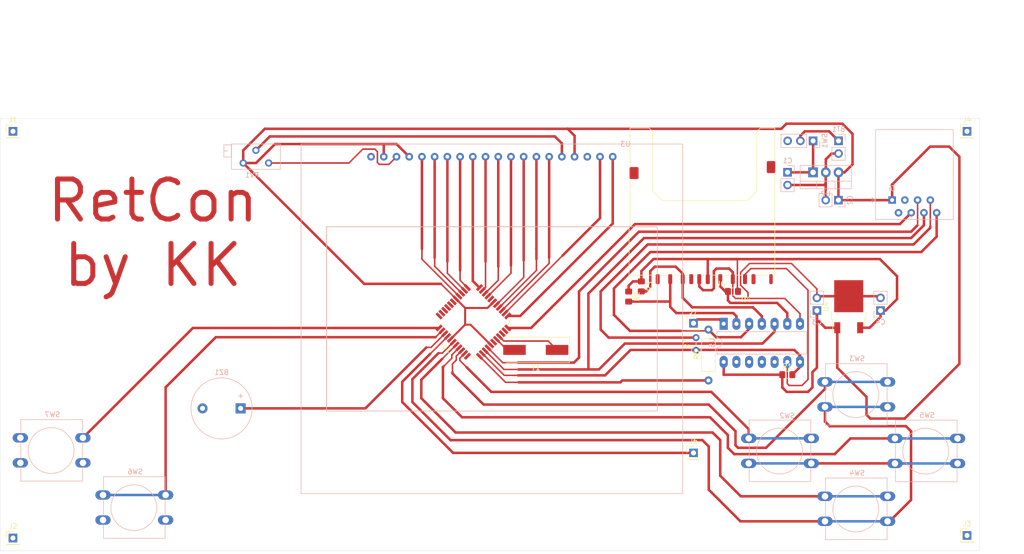
<source format=kicad_pcb>
(kicad_pcb (version 20221018) (generator pcbnew)
  (layers (0 "F.Cu" signal "Górna sygnałowa") (31 "B.Cu" jumper "Dolna sygnałowa") (34 "B.Paste" user "Dolna pasty") (35 "F.Paste" user "Górna pasty") (36 "B.SilkS" user "Dolna opisowa") (37 "F.SilkS" user "Górna opisowa") (38 "B.Mask" user "Dolna sodermaski") (39 "F.Mask" user "Górna soldermaski") (44 "Edge.Cuts" user "Krawędziowa"))
  (net 0 "")
  (net 1 "GND")
  (net 2 "Net-(BT1-Pad1)")
  (net 3 "Net-(C1-Pad1)")
  (net 4 "Net-(J5-Pad8)")
  (net 5 "Net-(RV1-Pad2)")
  (net 6 "Net-(RV1-Pad1)")
  (net 7 "Net-(SW2-Pad1)")
  (net 8 "Net-(SW3-Pad1)")
  (net 9 "Net-(SW4-Pad1)")
  (net 10 "Net-(SW5-Pad1)")
  (net 11 "Net-(SW6-Pad1)")
  (net 12 "+5V")
  (net 13 "+3V3")
  (net 15 "Net-(U1-Pad26)")
  (net 16 "Net-(U1-Pad25)")
  (net 17 "Net-(U1-Pad24)")
  (net 18 "Net-(U1-Pad23)")
  (net 19 "Net-(U1-Pad22)")
  (net 20 "Net-(U1-Pad21)")
  (net 21 "Net-(U1-Pad20)")
  (net 22 "Net-(U1-Pad19)")
  (net 23 "Net-(U1-Pad15)")
  (net 24 "Net-(U1-Pad8)")
  (net 25 "Net-(U1-Pad7)")
  (net 26 "Net-(SW7-Pad1)")
  (net 27 "Net-(BZ1-Pad1)")
  (net 32 "Net-(J7-Pad1)")
  (net 33 "Net-(J5-Pad5)")
  (net 34 "Net-(J5-Pad4)")
  (net 35 "/SCK")
  (net 36 "Net-(U1-Pad16)")
  (net 37 "Net-(U1-Pad14)")
  (net 38 "Net-(U1-Pad13)")
  (net 39 "Net-(U1-Pad12)")
  (net 40 "Net-(J5-Pad7)")
  (net 41 "/MISO")
  (net 42 "/MOSI")
  (net 43 "Net-(R2-Pad2)")
  (net 44 "Net-(R3-Pad2)")
  (net 45 "Net-(R4-Pad2)")
  (net 53 "/CS")
  (net 55 "Net-(U5-Pad9)")
  (footprint "Package_QFP:TQFP-44_10x10mm_P0.8mm" (layer "F.Cu") (at 140.208 93.98 135)
    (fp_text reference "U1")
    (fp_text value "ATmega32A-AU")
  )
  (footprint "Connector_PinHeader_2.54mm:PinHeader_1x01_P2.54mm_Vertical" (layer "F.Cu") (at 48.26 55.88)
    (fp_text reference "J1")
    (fp_text value "Hole1")
  )
  (footprint "Connector_PinHeader_2.54mm:PinHeader_1x01_P2.54mm_Vertical" (layer "F.Cu") (at 238.76 136.652)
    (fp_text reference "J3")
    (fp_text value "Hole3")
  )
  (footprint "Connector_PinHeader_2.54mm:PinHeader_1x01_P2.54mm_Vertical" (layer "F.Cu") (at 238.76 55.88)
    (fp_text reference "J4")
    (fp_text value "Hole4")
  )
  (footprint "Crystal:Crystal_SMD_HC49-SD" (layer "F.Cu") (at 152.654 99.568 180)
    (fp_text reference "Y1")
    (fp_text value "16Mhz")
  )
  (footprint "Connector_PinHeader_2.54mm:PinHeader_1x01_P2.54mm_Vertical" (layer "F.Cu") (at 48.26 137.16)
    (fp_text reference "J2")
    (fp_text value "Hole2")
  )
  (footprint "Resistor_THT:R_Axial_DIN0207_L6.3mm_D2.5mm_P10.16mm_Horizontal" (layer "F.Cu") (at 187.131 105.664 90)
    (fp_text reference "R6")
    (fp_text value "0R")
  )
  (footprint "Package_TO_SOT_SMD:TO-252-2" (layer "F.Cu") (at 215.138 90.932 90)
    (fp_text reference "U4")
    (fp_text value "LF33_TO252")
  )
  (footprint "Resistor_SMD:R_0805_2012Metric_Pad1.20x1.40mm_HandSolder" (layer "F.Cu") (at 192.024 87.884 180)
    (fp_text reference "R4")
    (fp_text value "1K")
  )
  (footprint "Resistor_SMD:R_0805_2012Metric_Pad1.20x1.40mm_HandSolder" (layer "F.Cu") (at 171.196 88.9 -90)
    (fp_text reference "R2")
    (fp_text value "1K")
  )
  (footprint "Resistor_SMD:R_0805_2012Metric_Pad1.20x1.40mm_HandSolder" (layer "F.Cu") (at 202.879 104.521)
    (fp_text reference "R1")
    (fp_text value "4K7")
  )
  (footprint "Resistor_THT:R_Axial_DIN0204_L3.6mm_D1.6mm_P2.54mm_Vertical" (layer "F.Cu") (at 184.658 99.645 90)
    (fp_text reference "R7")
    (fp_text value "0R")
  )
  (footprint "Connector_PinHeader_2.54mm:PinHeader_1x01_P2.54mm_Vertical" (layer "F.Cu") (at 184.15 120.142)
    (fp_text reference "J6")
    (fp_text value "Conn_01x01_Male")
  )
  (footprint "Resistor_SMD:R_0805_2012Metric_Pad1.20x1.40mm_HandSolder" (layer "F.Cu") (at 173.736 86.868 -90)
    (fp_text reference "R3")
    (fp_text value "1K")
  )
  (footprint "Connector_Card:SD_Kyocera_145638009511859+" (layer "F.Cu") (at 186.378 72.9195 180)
    (fp_text reference "U6")
    (fp_text value "SD")
  )
  (footprint "Connector_PinHeader_2.54mm:PinHeader_1x01_P2.54mm_Vertical" (layer "F.Cu") (at 184.15 94.234)
    (fp_text reference "J7")
    (fp_text value "Conn_01x01_Male")
  )
  (footprint "Connector_PinHeader_2.54mm:PinHeader_1x02_P2.54mm_Vertical" (layer "B.Cu") (at 213.106 57.78 180)
    (fp_text reference "BT1")
    (fp_text value "9V battery")
  )
  (footprint "Connector_PinHeader_2.54mm:PinHeader_1x02_P2.54mm_Vertical" (layer "B.Cu") (at 202.925 64.065 180)
    (fp_text reference "C1")
    (fp_text value "330N")
  )
  (footprint "Connector_PinHeader_2.54mm:PinHeader_1x02_P2.54mm_Vertical" (layer "B.Cu") (at 213.085 69.635 90)
    (fp_text reference "C2")
    (fp_text value "100N")
  )
  (footprint "Button_Switch_THT:SW_PUSH-12mm" (layer "B.Cu") (at 222.902 105.958 180)
    (fp_text reference "SW3")
    (fp_text value "Up")
  )
  (footprint "Connector_PinHeader_2.54mm:PinHeader_1x03_P2.54mm_Vertical" (layer "B.Cu") (at 208.026 57.785 90)
    (fp_text reference "SW1")
    (fp_text value "SW_DIP_x01")
  )
  (footprint "Buzzer_Beeper:Buzzer_12x9.5RM7.6" (layer "B.Cu") (at 93.716 111.252 180)
    (fp_text reference "BZ1")
    (fp_text value "Buzzer")
  )
  (footprint "Package_TO_SOT_THT:TO-220-3_Vertical" (layer "B.Cu") (at 208.026 64.079)
    (fp_text reference "U2")
    (fp_text value "L7805")
  )
  (footprint "Button_Switch_THT:SW_PUSH-12mm" (layer "B.Cu") (at 207.669676 117.242715 180)
    (fp_text reference "SW2")
    (fp_text value "Left")
  )
  (footprint "Blue:WG12864BL" (layer "B.Cu") (at 159.131 72.39 180)
    (fp_text reference "U3")
    (fp_text value "WG12864B-STBL")
  )
  (footprint "Potentiometer_THT:Potentiometer_Bourns_3296Z_Horizontal" (layer "B.Cu") (at 99.312 62.21)
    (fp_text reference "RV1")
    (fp_text value "R_POT")
  )
  (footprint "Button_Switch_THT:SW_PUSH-12mm" (layer "B.Cu") (at 236.872 117.261 180)
    (fp_text reference "SW5")
    (fp_text value "Right")
  )
  (footprint "Button_Switch_THT:SW_PUSH-12mm" (layer "B.Cu") (at 62.23 117.134 180)
    (fp_text reference "SW7")
    (fp_text value "Punch")
  )
  (footprint "Button_Switch_THT:SW_PUSH-12mm" (layer "B.Cu") (at 78.74 128.564 180)
    (fp_text reference "SW6")
    (fp_text value "Jump")
  )
  (footprint "Button_Switch_THT:SW_PUSH-12mm" (layer "B.Cu") (at 222.902 128.818 180)
    (fp_text reference "SW4")
    (fp_text value "Down")
  )
  (footprint "Connector_RJ:RJ45_Amphenol_54602-x08_Horizontal" (layer "B.Cu") (at 223.8095 69.616)
    (fp_text reference "J5")
    (fp_text value "RJ45")
  )
  (footprint "Connector_PinHeader_2.54mm:PinHeader_1x02_P2.54mm_Vertical" (layer "B.Cu") (at 221.488 91.699)
    (fp_text reference "C4")
    (fp_text value "2.2uF")
  )
  (footprint "Package_DIP:DIP-14_W7.62mm_LongPads" (layer "B.Cu") (at 190.174 94.346 -90)
    (fp_text reference "U5")
    (fp_text value "SN74LS07")
  )
  (footprint "Connector_PinHeader_2.54mm:PinHeader_1x02_P2.54mm_Vertical" (layer "B.Cu") (at 208.788 91.699)
    (fp_text reference "C3")
    (fp_text value "100N")
  )
  (gr_rect (start 45.72 53.34) (end 241.3 139.7) (stroke (width 0.05)) (fill none) (layer "Edge.Cuts"))
  (gr_text "RetCon\nby KK" (at 76.2 76.2) (layer "F.Cu") (effects (font (size 8 8) (thickness 1))))
  (segment (start 187.198 127.508) (end 187.198 118.872) (width 0.5) (layer "F.Cu") (net 1))
  (segment (start 128.016 105.41) (end 133.223 100.203) (width 0.5) (layer "F.Cu") (net 1))
  (segment (start 188.722 83.312) (end 191.262 83.312) (width 0.5) (layer "F.Cu") (net 1))
  (segment (start 134.62 99.568) (end 133.985 100.203) (width 0.3) (layer "F.Cu") (net 1))
  (segment (start 191.998 84.048) (end 191.998 85.4195) (width 0.5) (layer "F.Cu") (net 1))
  (segment (start 227.584 129.54) (end 227.584 122.274261) (width 0.5) (layer "F.Cu") (net 1))
  (segment (start 207.669676 122.242715) (end 224.353715 122.242715) (width 0.5) (layer "F.Cu") (net 1))
  (segment (start 185.928 117.602) (end 135.636 117.602) (width 0.5) (layer "F.Cu") (net 1))
  (segment (start 210.236093 66.605) (end 210.545 66.296093) (width 0.5) (layer "F.Cu") (net 1))
  (segment (start 187.833 87.63) (end 188.214 87.249) (width 0.5) (layer "F.Cu") (net 1))
  (segment (start 188.214 87.249) (end 188.214 83.82) (width 0.5) (layer "F.Cu") (net 1))
  (segment (start 221.161 88.832) (end 221.488 89.159) (width 0.5) (layer "F.Cu") (net 1))
  (segment (start 191.262 83.312) (end 191.998 84.048) (width 0.5) (layer "F.Cu") (net 1))
  (segment (start 215.138 88.832) (end 221.161 88.832) (width 0.5) (layer "F.Cu") (net 1))
  (segment (start 210.148 133.564) (end 210.402 133.818) (width 0.5) (layer "F.Cu") (net 1))
  (segment (start 193.548 86.614) (end 195.030289 88.096289) (width 0.3) (layer "F.Cu") (net 1))
  (segment (start 186.055 87.63) (end 187.833 87.63) (width 0.5) (layer "F.Cu") (net 1))
  (segment (start 210.566 61.468) (end 210.566 64.079) (width 0.5) (layer "F.Cu") (net 1))
  (segment (start 185.298 86.873) (end 186.055 87.63) (width 0.5) (layer "F.Cu") (net 1))
  (segment (start 135.636 117.602) (end 128.016 109.982) (width 0.5) (layer "F.Cu") (net 1))
  (segment (start 193.548 84.074) (end 193.548 86.614) (width 0.3) (layer "F.Cu") (net 1))
  (segment (start 202.371 89.281) (end 197.037 89.281) (width 0.3) (layer "F.Cu") (net 1))
  (segment (start 208.788 87.376) (end 203.708 82.296) (width 0.3) (layer "F.Cu") (net 1))
  (segment (start 210.545 66.296093) (end 210.545 64.1) (width 0.5) (layer "F.Cu") (net 1))
  (segment (start 210.402 133.818) (end 193.508 133.818) (width 0.5) (layer "F.Cu") (net 1))
  (segment (start 209.115 88.832) (end 208.788 89.159) (width 0.5) (layer "F.Cu") (net 1))
  (segment (start 195.326 82.296) (end 193.548 84.074) (width 0.3) (layer "F.Cu") (net 1))
  (segment (start 205.414 94.346) (end 205.414 92.324) (width 0.3) (layer "F.Cu") (net 1))
  (segment (start 215.138 88.832) (end 209.115 88.832) (width 0.5) (layer "F.Cu") (net 1))
  (segment (start 210.545 69.635) (end 210.545 66.296093) (width 0.5) (layer "F.Cu") (net 1))
  (segment (start 210.402 110.958) (end 210.402 113.882) (width 0.5) (layer "F.Cu") (net 1))
  (segment (start 210.545 64.1) (end 210.566 64.079) (width 0.5) (layer "F.Cu") (net 1))
  (segment (start 208.788 89.159) (end 208.788 87.376) (width 0.3) (layer "F.Cu") (net 1))
  (segment (start 210.402 113.882) (end 211.328 114.808) (width 0.5) (layer "F.Cu") (net 1))
  (segment (start 227.570739 122.261) (end 227.584 122.274261) (width 0.5) (layer "F.Cu") (net 1))
  (segment (start 191.998 88.747) (end 191.998 85.4195) (width 0.3) (layer "F.Cu") (net 1))
  (segment (start 187.198 118.872) (end 185.928 117.602) (width 0.5) (layer "F.Cu") (net 1))
  (segment (start 211.328 114.808) (end 226.568 114.808) (width 0.5) (layer "F.Cu") (net 1))
  (segment (start 136.177491 98.010509) (end 134.62 99.568) (width 0.3) (layer "F.Cu") (net 1))
  (segment (start 226.568 114.808) (end 227.584 115.824) (width 0.5) (layer "F.Cu") (net 1))
  (segment (start 128.016 109.982) (end 128.016 105.41) (width 0.5) (layer "F.Cu") (net 1))
  (segment (start 213.106 60.32) (end 211.714 60.32) (width 0.5) (layer "F.Cu") (net 1))
  (segment (start 203.708 82.296) (end 195.326 82.296) (width 0.3) (layer "F.Cu") (net 1))
  (segment (start 188.214 83.82) (end 188.722 83.312) (width 0.5) (layer "F.Cu") (net 1))
  (segment (start 185.298 85.4195) (end 185.298 86.873) (width 0.5) (layer "F.Cu") (net 1))
  (segment (start 192.532 89.281) (end 191.998 88.747) (width 0.3) (layer "F.Cu") (net 1))
  (segment (start 222.902 133.818) (end 223.306 133.818) (width 0.5) (layer "F.Cu") (net 1))
  (segment (start 195.030289 88.096289) (end 195.030289 89.281) (width 0.3) (layer "F.Cu") (net 1))
  (segment (start 223.306 133.818) (end 227.584 129.54) (width 0.5) (layer "F.Cu") (net 1))
  (segment (start 195.030289 89.281) (end 192.532 89.281) (width 0.3) (layer "F.Cu") (net 1))
  (segment (start 224.353715 122.242715) (end 224.372 122.261) (width 0.5) (layer "F.Cu") (net 1))
  (segment (start 211.714 60.32) (end 210.566 61.468) (width 0.5) (layer "F.Cu") (net 1))
  (segment (start 202.925 66.605) (end 210.236093 66.605) (width 0.5) (layer "F.Cu") (net 1))
  (segment (start 133.985 100.203) (end 133.223 100.203) (width 0.3) (layer "F.Cu") (net 1))
  (segment (start 197.037 89.281) (end 195.030289 89.281) (width 0.3) (layer "F.Cu") (net 1))
  (segment (start 227.584 122.274261) (end 227.584 116.078) (width 0.5) (layer "F.Cu") (net 1))
  (segment (start 224.372 122.261) (end 227.570739 122.261) (width 0.5) (layer "F.Cu") (net 1))
  (segment (start 227.584 115.824) (end 227.584 116.078) (width 0.5) (layer "F.Cu") (net 1))
  (segment (start 49.73 122.134) (end 48.838 122.134) (width 0.5) (layer "F.Cu") (net 1))
  (segment (start 66.24 133.564) (end 65.348 133.564) (width 0.5) (layer "F.Cu") (net 1))
  (segment (start 193.508 133.818) (end 187.198 127.508) (width 0.5) (layer "F.Cu") (net 1))
  (segment (start 205.414 92.324) (end 202.371 89.281) (width 0.3) (layer "F.Cu") (net 1))
  (segment (start 224.372 122.261) (end 236.872 122.261) (width 0.5) (layer "B.Cu") (net 1))
  (segment (start 195.169676 122.242715) (end 207.669676 122.242715) (width 0.5) (layer "B.Cu") (net 1))
  (segment (start 222.902 133.818) (end 210.402 133.818) (width 0.5) (layer "B.Cu") (net 1))
  (segment (start 210.402 110.958) (end 222.902 110.958) (width 0.5) (layer "B.Cu") (net 1))
  (segment (start 205.486 56.769) (end 206.375 55.88) (width 0.5) (layer "F.Cu") (net 2))
  (segment (start 211.206 55.88) (end 213.106 57.78) (width 0.5) (layer "F.Cu") (net 2))
  (segment (start 206.375 55.88) (end 211.206 55.88) (width 0.5) (layer "F.Cu") (net 2))
  (segment (start 205.486 57.785) (end 205.486 56.769) (width 0.5) (layer "F.Cu") (net 2))
  (segment (start 208.026 64.079) (end 202.939 64.079) (width 0.5) (layer "F.Cu") (net 3))
  (segment (start 202.939 64.079) (end 202.925 64.065) (width 0.5) (layer "F.Cu") (net 3))
  (segment (start 208.026 64.079) (end 208.026 57.785) (width 0.5) (layer "F.Cu") (net 3))
  (segment (start 175.514 80.01) (end 229.616 80.01) (width 0.5) (layer "F.Cu") (net 4))
  (segment (start 193.608 97.028) (end 188.655 97.028) (width 0.5) (layer "F.Cu") (net 4))
  (segment (start 186.877 95.758) (end 181.61 95.758) (width 0.3) (layer "F.Cu") (net 4))
  (segment (start 168.261635 87.262365) (end 175.514 80.01) (width 0.5) (layer "F.Cu") (net 4))
  (segment (start 187.131 95.504) (end 186.877 95.758) (width 0.3) (layer "F.Cu") (net 4))
  (segment (start 168.261635 92.569635) (end 168.261635 87.262365) (width 0.5) (layer "F.Cu") (net 4))
  (segment (start 229.616 80.01) (end 232.6995 76.9265) (width 0.5) (layer "F.Cu") (net 4))
  (segment (start 171.45 95.758) (end 168.261635 92.569635) (width 0.5) (layer "F.Cu") (net 4))
  (segment (start 181.61 95.758) (end 171.45 95.758) (width 0.5) (layer "F.Cu") (net 4))
  (segment (start 188.655 97.028) (end 187.131 95.504) (width 0.5) (layer "F.Cu") (net 4))
  (segment (start 195.254 94.346) (end 195.254 95.382) (width 0.5) (layer "F.Cu") (net 4))
  (segment (start 195.254 95.382) (end 193.608 97.028) (width 0.5) (layer "F.Cu") (net 4))
  (segment (start 232.6995 76.9265) (end 232.6995 72.156) (width 0.5) (layer "F.Cu") (net 4))
  (segment (start 96.772 59.67) (end 99.546 56.896) (width 0.5) (layer "F.Cu") (net 5))
  (segment (start 156.464 56.896) (end 157.861 58.293) (width 0.5) (layer "F.Cu") (net 5))
  (segment (start 157.861 58.293) (end 157.861 60.96) (width 0.5) (layer "F.Cu") (net 5))
  (segment (start 99.546 56.896) (end 156.464 56.896) (width 0.5) (layer "F.Cu") (net 5))
  (segment (start 118.11 59.436) (end 120.523 59.436) (width 0.3) (layer "F.Cu") (net 6))
  (segment (start 121.031 62.103) (end 121.412 62.484) (width 0.3) (layer "F.Cu") (net 6))
  (segment (start 123.317 62.484) (end 124.841 60.96) (width 0.3) (layer "F.Cu") (net 6))
  (segment (start 121.412 62.484) (end 123.317 62.484) (width 0.3) (layer "F.Cu") (net 6))
  (segment (start 121.031 59.944) (end 121.031 62.103) (width 0.3) (layer "F.Cu") (net 6))
  (segment (start 99.312 62.21) (end 115.336 62.21) (width 0.3) (layer "F.Cu") (net 6))
  (segment (start 115.336 62.21) (end 118.11 59.436) (width 0.3) (layer "F.Cu") (net 6))
  (segment (start 120.523 59.436) (end 121.031 59.944) (width 0.3) (layer "F.Cu") (net 6))
  (segment (start 137.494483 101.680483) (end 138.811 102.997) (width 0.3) (layer "F.Cu") (net 7))
  (segment (start 143.764 107.95) (end 138.811 102.997) (width 0.5) (layer "F.Cu") (net 7))
  (segment (start 187.706 107.95) (end 143.764 107.95) (width 0.5) (layer "F.Cu") (net 7))
  (segment (start 195.169676 115.413676) (end 187.706 107.95) (width 0.5) (layer "F.Cu") (net 7))
  (segment (start 195.169676 117.242715) (end 195.169676 115.413676) (width 0.5) (layer "F.Cu") (net 7))
  (segment (start 138.440233 100.27325) (end 137.494483 101.219) (width 0.3) (layer "F.Cu") (net 7))
  (segment (start 137.494483 101.219) (end 137.494483 101.680483) (width 0.3) (layer "F.Cu") (net 7))
  (segment (start 207.669676 117.242715) (end 195.169676 117.242715) (width 0.5) (layer "B.Cu") (net 7))
  (segment (start 136.779 101.6) (end 136.017 102.362) (width 0.3) (layer "F.Cu") (net 8))
  (segment (start 137.874548 99.707565) (end 136.779 100.803113) (width 0.3) (layer "F.Cu") (net 8))
  (segment (start 192.532 118.618) (end 192.532 115.824) (width 0.5) (layer "F.Cu") (net 8))
  (segment (start 136.779 100.803113) (end 136.779 101.6) (width 0.3) (layer "F.Cu") (net 8))
  (segment (start 210.402 105.958) (end 210.402 107.352) (width 0.5) (layer "F.Cu") (net 8))
  (segment (start 198.628 119.126) (end 193.04 119.126) (width 0.5) (layer "F.Cu") (net 8))
  (segment (start 187.198 110.49) (end 142.24 110.49) (width 0.5) (layer "F.Cu") (net 8))
  (segment (start 193.04 119.126) (end 192.532 118.618) (width 0.5) (layer "F.Cu") (net 8))
  (segment (start 136.017 104.267) (end 136.017 104.013) (width 0.5) (layer "F.Cu") (net 8))
  (segment (start 136.017 102.362) (end 136.017 104.013) (width 0.3) (layer "F.Cu") (net 8))
  (segment (start 210.402 107.352) (end 198.628 119.126) (width 0.5) (layer "F.Cu") (net 8))
  (segment (start 142.24 110.49) (end 136.017 104.267) (width 0.5) (layer "F.Cu") (net 8))
  (segment (start 192.532 115.824) (end 187.198 110.49) (width 0.5) (layer "F.Cu") (net 8))
  (segment (start 222.902 105.958) (end 210.402 105.958) (width 0.5) (layer "B.Cu") (net 8))
  (segment (start 136.652 116.078) (end 129.794 109.22) (width 0.5) (layer "F.Cu") (net 9))
  (segment (start 129.794 109.22) (end 129.794 105.525371) (width 0.5) (layer "F.Cu") (net 9))
  (segment (start 129.794 105.525371) (end 133.985 101.334371) (width 0.5) (layer "F.Cu") (net 9))
  (segment (start 193.588 128.818) (end 189.484 124.714) (width 0.5) (layer "F.Cu") (net 9))
  (segment (start 210.402 128.818) (end 193.588 128.818) (width 0.5) (layer "F.Cu") (net 9))
  (segment (start 136.743177 98.576194) (end 135.128 100.191371) (width 0.3) (layer "F.Cu") (net 9))
  (segment (start 135.128 100.191371) (end 133.985 101.334371) (width 0.3) (layer "F.Cu") (net 9))
  (segment (start 187.96 116.078) (end 136.652 116.078) (width 0.5) (layer "F.Cu") (net 9))
  (segment (start 189.484 124.714) (end 189.484 117.602) (width 0.5) (layer "F.Cu") (net 9))
  (segment (start 189.484 117.602) (end 187.96 116.078) (width 0.5) (layer "F.Cu") (net 9))
  (segment (start 210.402 128.818) (end 222.902 128.818) (width 0.5) (layer "B.Cu") (net 9))
  (segment (start 224.372 117.261) (end 215.479 117.261) (width 0.5) (layer "F.Cu") (net 10))
  (segment (start 135.89 101.219) (end 134.239 102.87) (width 0.3) (layer "F.Cu") (net 10))
  (segment (start 134.112 109.22) (end 134.112 102.997) (width 0.5) (layer "F.Cu") (net 10))
  (segment (start 191.008 119.126) (end 191.008 116.586) (width 0.5) (layer "F.Cu") (net 10))
  (segment (start 191.008 116.586) (end 187.452 113.03) (width 0.5) (layer "F.Cu") (net 10))
  (segment (start 212.344 120.396) (end 192.278 120.396) (width 0.5) (layer "F.Cu") (net 10))
  (segment (start 135.89 100.560742) (end 135.89 101.219) (width 0.3) (layer "F.Cu") (net 10))
  (segment (start 137.922 113.03) (end 134.112 109.22) (width 0.5) (layer "F.Cu") (net 10))
  (segment (start 192.278 120.396) (end 191.008 119.126) (width 0.5) (layer "F.Cu") (net 10))
  (segment (start 137.308862 99.14188) (end 135.89 100.560742) (width 0.3) (layer "F.Cu") (net 10))
  (segment (start 134.112 102.997) (end 134.239 102.87) (width 0.5) (layer "F.Cu") (net 10))
  (segment (start 187.452 113.03) (end 137.922 113.03) (width 0.5) (layer "F.Cu") (net 10))
  (segment (start 215.479 117.261) (end 212.344 120.396) (width 0.5) (layer "F.Cu") (net 10))
  (segment (start 224.372 117.261) (end 236.872 117.261) (width 0.5) (layer "B.Cu") (net 10))
  (segment (start 78.74 128.564) (end 78.74 107.044) (width 0.5) (layer "F.Cu") (net 11))
  (segment (start 78.74 107.044) (end 88.756 97.028) (width 0.5) (layer "F.Cu") (net 11))
  (segment (start 88.756 97.028) (end 132.634517 97.028) (width 0.5) (layer "F.Cu") (net 11))
  (segment (start 133.91475 95.747767) (end 132.634517 97.028) (width 0.3) (layer "F.Cu") (net 11))
  (segment (start 66.24 128.564) (end 78.74 128.564) (width 0.5) (layer "B.Cu") (net 11))
  (segment (start 213.085 69.635) (end 223.7905 69.635) (width 0.5) (layer "F.Cu") (net 12))
  (segment (start 201.879 104.521) (end 201.879 107.077) (width 0.5) (layer "F.Cu") (net 12))
  (segment (start 208.788 91.699) (end 208.788 93.472) (width 0.5) (layer "F.Cu") (net 12))
  (segment (start 210.448 95.132) (end 212.858 95.132) (width 0.5) (layer "F.Cu") (net 12))
  (segment (start 139.607887 94.511258) (end 138.545371 94.511258) (width 0.4) (layer "F.Cu") (net 12))
  (segment (start 190.179 104.521) (end 190.174 104.516) (width 0.5) (layer "F.Cu") (net 12))
  (segment (start 190.174 104.516) (end 190.174 101.966) (width 0.5) (layer "F.Cu") (net 12))
  (segment (start 223.774 66.548) (end 223.8095 66.5835) (width 0.5) (layer "F.Cu") (net 12))
  (segment (start 159.004 55.372) (end 160.401 56.769) (width 0.5) (layer "F.Cu") (net 12))
  (segment (start 223.8095 66.5835) (end 223.8095 69.616) (width 0.5) (layer "F.Cu") (net 12))
  (segment (start 213.085 69.635) (end 213.085 64.1) (width 0.5) (layer "F.Cu") (net 12))
  (segment (start 223.7905 69.635) (end 223.8095 69.616) (width 0.5) (layer "F.Cu") (net 12))
  (segment (start 207.01 107.95) (end 207.899 107.061) (width 0.5) (layer "F.Cu") (net 12))
  (segment (start 122.301 60.96) (end 122.301 58.42) (width 0.5) (layer "F.Cu") (net 12))
  (segment (start 214.305 64.079) (end 213.106 64.079) (width 0.5) (layer "F.Cu") (net 12))
  (segment (start 208.788 93.472) (end 210.448 95.132) (width 0.5) (layer "F.Cu") (net 12))
  (segment (start 124.841 58.42) (end 127.381 60.96) (width 0.5) (layer "F.Cu") (net 12))
  (segment (start 219.456 113.284) (end 226.314 113.284) (width 0.5) (layer "F.Cu") (net 12))
  (segment (start 138.545371 94.511258) (end 138.545371 91.186) (width 0.4) (layer "F.Cu") (net 12))
  (segment (start 207.899 107.061) (end 207.899 104.013) (width 0.5) (layer "F.Cu") (net 12))
  (segment (start 122.301 58.42) (end 124.841 58.42) (width 0.5) (layer "F.Cu") (net 12))
  (segment (start 215.9 62.484) (end 214.305 64.079) (width 0.5) (layer "F.Cu") (net 12))
  (segment (start 136.743177 89.383806) (end 133.719371 86.36) (width 0.3) (layer "F.Cu") (net 12))
  (segment (start 135.611806 97.444823) (end 138.545371 94.511258) (width 0.4) (layer "F.Cu") (net 12))
  (segment (start 207.899 104.013) (end 208.788 103.124) (width 0.5) (layer "F.Cu") (net 12))
  (segment (start 237.236 60.96) (end 235.204 58.928) (width 0.5) (layer "F.Cu") (net 12))
  (segment (start 201.676 55.372) (end 202.692 54.356) (width 0.5) (layer "F.Cu") (net 12))
  (segment (start 100.584 58.42) (end 122.301 58.42) (width 0.5) (layer "F.Cu") (net 12))
  (segment (start 138.545371 91.186) (end 136.743177 89.383806) (width 0.4) (layer "F.Cu") (net 12))
  (segment (start 215.9 56.388) (end 215.9 62.484) (width 0.5) (layer "F.Cu") (net 12))
  (segment (start 218.694 108.966) (end 218.694 112.522) (width 0.5) (layer "F.Cu") (net 12))
  (segment (start 98.552 55.372) (end 159.004 55.372) (width 0.5) (layer "F.Cu") (net 12))
  (segment (start 159.004 55.372) (end 201.676 55.372) (width 0.5) (layer "F.Cu") (net 12))
  (segment (start 213.085 64.1) (end 213.106 64.079) (width 0.5) (layer "F.Cu") (net 12))
  (segment (start 219.925 69.635) (end 219.964 69.596) (width 0.5) (layer "F.Cu") (net 12))
  (segment (start 160.401 56.769) (end 160.401 60.96) (width 0.5) (layer "F.Cu") (net 12))
  (segment (start 235.204 58.928) (end 231.394 58.928) (width 0.5) (layer "F.Cu") (net 12))
  (segment (start 213.868 54.356) (end 215.9 56.388) (width 0.5) (layer "F.Cu") (net 12))
  (segment (start 143.002 91.186) (end 138.545371 91.186) (width 0.4) (layer "F.Cu") (net 12))
  (segment (start 94.232 62.21) (end 118.382 86.36) (width 0.5) (layer "F.Cu") (net 12))
  (segment (start 96.794 62.21) (end 100.584 58.42) (width 0.5) (layer "F.Cu") (net 12))
  (segment (start 218.694 112.522) (end 219.456 113.284) (width 0.5) (layer "F.Cu") (net 12))
  (segment (start 212.858 95.132) (end 212.858 103.13) (width 0.5) (layer "F.Cu") (net 12))
  (segment (start 144.238509 89.949491) (end 143.002 91.186) (width 0.4) (layer "F.Cu") (net 12))
  (segment (start 226.314 113.284) (end 237.236 102.362) (width 0.5) (layer "F.Cu") (net 12))
  (segment (start 118.382 86.36) (end 133.719371 86.36) (width 0.5) (layer "F.Cu") (net 12))
  (segment (start 201.879 107.077) (end 202.752 107.95) (width 0.5) (layer "F.Cu") (net 12))
  (segment (start 143.672823 98.576194) (end 139.607887 94.511258) (width 0.4) (layer "F.Cu") (net 12))
  (segment (start 94.232 62.21) (end 94.232 59.692) (width 0.5) (layer "F.Cu") (net 12))
  (segment (start 202.752 107.95) (end 207.01 107.95) (width 0.5) (layer "F.Cu") (net 12))
  (segment (start 237.236 102.362) (end 237.236 60.96) (width 0.5) (layer "F.Cu") (net 12))
  (segment (start 201.879 104.521) (end 190.179 104.521) (width 0.5) (layer "F.Cu") (net 12))
  (segment (start 94.232 59.692) (end 98.552 55.372) (width 0.5) (layer "F.Cu") (net 12))
  (segment (start 208.788 103.124) (end 208.788 91.699) (width 0.5) (layer "F.Cu") (net 12))
  (segment (start 94.232 62.21) (end 96.794 62.21) (width 0.5) (layer "F.Cu") (net 12))
  (segment (start 212.858 103.13) (end 218.694 108.966) (width 0.5) (layer "F.Cu") (net 12))
  (segment (start 231.394 58.928) (end 223.774 66.548) (width 0.5) (layer "F.Cu") (net 12))
  (segment (start 202.692 54.356) (end 213.868 54.356) (width 0.5) (layer "F.Cu") (net 12))
  (segment (start 204.460959 81.416041) (end 204.47 81.407) (width 0.5) (layer "F.Cu") (net 13))
  (segment (start 172.069 85.868) (end 173.736 85.868) (width 0.5) (layer "F.Cu") (net 13))
  (segment (start 224.79 89.408) (end 222.499 91.699) (width 0.5) (layer "F.Cu") (net 13))
  (segment (start 171.196 87.9) (end 171.196 86.741) (width 0.5) (layer "F.Cu") (net 13))
  (segment (start 186.998 81.416041) (end 191.379959 81.416041) (width 0.5) (layer "F.Cu") (net 13))
  (segment (start 204.47 81.407) (end 221.361 81.407) (width 0.5) (layer "F.Cu") (net 13))
  (segment (start 186.998 85.4195) (end 186.998 81.416041) (width 0.5) (layer "F.Cu") (net 13))
  (segment (start 173.736 83.82) (end 176.149 81.407) (width 0.5) (layer "F.Cu") (net 13))
  (segment (start 186.998 81.416041) (end 187.007041 81.407) (width 0.5) (layer "F.Cu") (net 13))
  (segment (start 191.379959 81.416041) (end 192.939828 81.416041) (width 0.5) (layer "F.Cu") (net 13))
  (segment (start 193.024 87.233) (end 192.913 87.122) (width 0.3) (layer "F.Cu") (net 13))
  (segment (start 221.361 81.407) (end 224.79 84.836) (width 0.5) (layer "F.Cu") (net 13))
  (segment (start 192.913 87.122) (end 192.913 81.442869) (width 0.3) (layer "F.Cu") (net 13))
  (segment (start 219.32 95.132) (end 217.418 95.132) (width 0.5) (layer "F.Cu") (net 13))
  (segment (start 192.939828 81.416041) (end 192.948869 81.407) (width 0.5) (layer "F.Cu") (net 13))
  (segment (start 193.024 87.884) (end 193.024 87.233) (width 0.3) (layer "F.Cu") (net 13))
  (segment (start 221.488 91.699) (end 221.488 92.964) (width 0.5) (layer "F.Cu") (net 13))
  (segment (start 171.196 86.741) (end 172.069 85.868) (width 0.5) (layer "F.Cu") (net 13))
  (segment (start 173.736 85.868) (end 173.736 83.82) (width 0.5) (layer "F.Cu") (net 13))
  (segment (start 224.79 84.836) (end 224.79 89.408) (width 0.5) (layer "F.Cu") (net 13))
  (segment (start 222.499 91.699) (end 221.488 91.699) (width 0.5) (layer "F.Cu") (net 13))
  (segment (start 192.913 81.442869) (end 192.948869 81.407) (width 0.3) (layer "F.Cu") (net 13))
  (segment (start 191.379959 81.416041) (end 204.460959 81.416041) (width 0.5) (layer "F.Cu") (net 13))
  (segment (start 221.488 92.964) (end 219.32 95.132) (width 0.5) (layer "F.Cu") (net 13))
  (segment (start 176.149 81.407) (end 187.007041 81.407) (width 0.5) (layer "F.Cu") (net 13))
  (segment (start 129.921 60.96) (end 129.921 79.375) (width 0.5) (layer "F.Cu") (net 15))
  (segment (start 137.308862 88.81812) (end 129.921 81.430258) (width 0.3) (layer "F.Cu") (net 15))
  (segment (start 129.921 81.430258) (end 129.921 79.375) (width 0.3) (layer "F.Cu") (net 15))
  (segment (start 132.461 82.838887) (end 132.461 81.153) (width 0.3) (layer "F.Cu") (net 16))
  (segment (start 137.874548 88.252435) (end 132.461 82.838887) (width 0.3) (layer "F.Cu") (net 16))
  (segment (start 132.461 60.96) (end 132.461 81.153) (width 0.5) (layer "F.Cu") (net 16))
  (segment (start 135.001 60.96) (end 135.001 81.661) (width 0.5) (layer "F.Cu") (net 17))
  (segment (start 135.001 81.661) (end 135.001 81.915) (width 0.5) (layer "F.Cu") (net 17))
  (segment (start 138.440233 87.68675) (end 135.001 84.247517) (width 0.3) (layer "F.Cu") (net 17))
  (segment (start 135.001 84.247517) (end 135.001 81.661) (width 0.3) (layer "F.Cu") (net 17))
  (segment (start 137.541 85.656146) (end 137.541 83.693) (width 0.3) (layer "F.Cu") (net 18))
  (segment (start 139.005918 87.121064) (end 137.541 85.656146) (width 0.3) (layer "F.Cu") (net 18))
  (segment (start 137.541 60.96) (end 137.541 83.693) (width 0.5) (layer "F.Cu") (net 18))
  (segment (start 140.081 85.791982) (end 141.410082 87.121064) (width 0.5) (layer "F.Cu") (net 19))
  (segment (start 140.081 60.96) (end 140.081 85.791982) (width 0.5) (layer "F.Cu") (net 19))
  (segment (start 141.975767 87.68675) (end 142.621 87.041517) (width 0.3) (layer "F.Cu") (net 20))
  (segment (start 142.621 60.96) (end 142.621 81.915) (width 0.5) (layer "F.Cu") (net 20))
  (segment (start 142.621 87.041517) (end 142.621 81.915) (width 0.3) (layer "F.Cu") (net 20))
  (segment (start 145.161 85.632887) (end 145.161 82.931) (width 0.3) (layer "F.Cu") (net 21))
  (segment (start 145.161 60.96) (end 145.161 82.931) (width 0.5) (layer "F.Cu") (net 21))
  (segment (start 142.541452 88.252435) (end 145.161 85.632887) (width 0.3) (layer "F.Cu") (net 21))
  (segment (start 147.701 84.224258) (end 147.701 82.677) (width 0.3) (layer "F.Cu") (net 22))
  (segment (start 147.701 60.96) (end 147.701 82.677) (width 0.5) (layer "F.Cu") (net 22))
  (segment (start 143.107138 88.81812) (end 147.701 84.224258) (width 0.3) (layer "F.Cu") (net 22))
  (segment (start 152.781 79.375) (end 152.781 81.407) (width 0.5) (layer "F.Cu") (net 23))
  (segment (start 152.781 83.669742) (end 152.781 81.407) (width 0.3) (layer "F.Cu") (net 23))
  (segment (start 145.36988 91.080862) (end 152.781 83.669742) (width 0.3) (layer "F.Cu") (net 23))
  (segment (start 152.781 60.96) (end 152.781 79.375) (width 0.5) (layer "F.Cu") (net 23))
  (segment (start 155.126 97.79) (end 156.904 99.568) (width 0.3) (layer "F.Cu") (net 24))
  (segment (start 145.36988 96.879138) (end 146.280742 97.79) (width 0.3) (layer "F.Cu") (net 24))
  (segment (start 146.280742 97.79) (end 155.126 97.79) (width 0.3) (layer "F.Cu") (net 24))
  (segment (start 147.435371 100.076) (end 147.964 100.076) (width 0.4) (layer "F.Cu") (net 25))
  (segment (start 144.804194 97.444823) (end 146.927371 99.568) (width 0.3) (layer "F.Cu") (net 25))
  (segment (start 146.927371 99.568) (end 148.404 99.568) (width 0.3) (layer "F.Cu") (net 25))
  (segment (start 62.23 117.134) (end 84.181918 95.182082) (width 0.5) (layer "F.Cu") (net 26))
  (segment (start 84.181918 95.182082) (end 133.349064 95.182082) (width 0.5) (layer "F.Cu") (net 26))
  (segment (start 93.716 111.252) (end 118.618 111.252) (width 0.5) (layer "F.Cu") (net 27))
  (segment (start 118.618 111.252) (end 130.81 99.06) (width 0.5) (layer "F.Cu") (net 27))
  (segment (start 134.480435 96.313452) (end 131.733886 99.06) (width 0.3) (layer "F.Cu") (net 27))
  (segment (start 131.733886 99.06) (end 130.81 99.06) (width 0.3) (layer "F.Cu") (net 27))
  (segment (start 189.3 93.472) (end 184.912 93.472) (width 0.5) (layer "F.Cu") (net 32))
  (segment (start 190.174 94.346) (end 189.3 93.472) (width 0.5) (layer "F.Cu") (net 32))
  (segment (start 184.912 93.472) (end 184.15 94.234) (width 0.5) (layer "F.Cu") (net 32))
  (segment (start 161.29 87.884) (end 173.228 75.946) (width 0.5) (layer "F.Cu") (net 33))
  (segment (start 161.29 101.092) (end 161.29 87.884) (width 0.5) (layer "F.Cu") (net 33))
  (segment (start 143.107138 99.16816) (end 146.046978 102.108) (width 0.3) (layer "F.Cu") (net 33))
  (segment (start 146.046978 102.108) (end 149.098 102.108) (width 0.3) (layer "F.Cu") (net 33))
  (segment (start 160.274 102.108) (end 161.29 101.092) (width 0.5) (layer "F.Cu") (net 33))
  (segment (start 173.228 75.946) (end 227.584 75.946) (width 0.5) (layer "F.Cu") (net 33))
  (segment (start 143.107138 99.14188) (end 143.107138 99.16816) (width 0.3) (layer "F.Cu") (net 33))
  (segment (start 227.584 75.946) (end 228.854 74.676) (width 0.5) (layer "F.Cu") (net 33))
  (segment (start 149.098 102.108) (end 160.274 102.108) (width 0.5) (layer "F.Cu") (net 33))
  (segment (start 228.8895 69.616) (end 228.8895 74.6405) (width 0.3) (layer "F.Cu") (net 33))
  (segment (start 228.8895 74.6405) (end 228.854 74.676) (width 0.3) (layer "F.Cu") (net 33))
  (segment (start 147.066936 95.182082) (end 151.062082 95.182082) (width 0.5) (layer "F.Cu") (net 34))
  (segment (start 172.466 74.422) (end 225.3535 74.422) (width 0.5) (layer "F.Cu") (net 34))
  (segment (start 151.062082 95.182082) (end 151.705918 95.182082) (width 0.5) (layer "F.Cu") (net 34))
  (segment (start 151.705918 95.182082) (end 172.466 74.422) (width 0.5) (layer "F.Cu") (net 34))
  (segment (start 225.3535 74.422) (end 227.6195 72.156) (width 0.5) (layer "F.Cu") (net 34))
  (segment (start 163.160113 88.299887) (end 163.160113 103.470113) (width 0.5) (layer "F.Cu") (net 35))
  (segment (start 200.334 94.346) (end 200.334 95.89) (width 0.5) (layer "F.Cu") (net 35))
  (segment (start 142.541452 99.707565) (end 146.304 103.470113) (width 0.3) (layer "F.Cu") (net 35))
  (segment (start 165.261887 103.470113) (end 163.160113 103.470113) (width 0.5) (layer "F.Cu") (net 35))
  (segment (start 163.160113 103.470113) (end 162.467887 103.470113) (width 0.5) (layer "F.Cu") (net 35))
  (segment (start 146.304 103.470113) (end 149.190113 103.470113) (width 0.3) (layer "F.Cu") (net 35))
  (segment (start 230.1595 72.156) (end 230.1595 74.6405) (width 0.5) (layer "F.Cu") (net 35))
  (segment (start 230.1595 74.6405) (end 227.584 77.216) (width 0.5) (layer "F.Cu") (net 35))
  (segment (start 227.584 77.216) (end 174.244 77.216) (width 0.5) (layer "F.Cu") (net 35))
  (segment (start 200.334 95.89) (end 197.926 98.298) (width 0.5) (layer "F.Cu") (net 35))
  (segment (start 197.926 98.298) (end 170.434 98.298) (width 0.5) (layer "F.Cu") (net 35))
  (segment (start 170.434 98.298) (end 165.261887 103.470113) (width 0.5) (layer "F.Cu") (net 35))
  (segment (start 174.244 77.216) (end 163.160113 88.299887) (width 0.5) (layer "F.Cu") (net 35))
  (segment (start 162.467887 103.470113) (end 149.190113 103.470113) (width 0.5) (layer "F.Cu") (net 35))
  (segment (start 150.241 60.96) (end 150.241 81.661) (width 0.5) (layer "F.Cu") (net 36))
  (segment (start 150.241 85.078371) (end 150.241 81.661) (width 0.3) (layer "F.Cu") (net 36))
  (segment (start 144.804194 90.515177) (end 150.241 85.078371) (width 0.3) (layer "F.Cu") (net 36))
  (segment (start 155.321 80.899) (end 155.321 81.153) (width 0.5) (layer "F.Cu") (net 37))
  (segment (start 145.935565 91.646548) (end 155.321 82.261113) (width 0.3) (layer "F.Cu") (net 37))
  (segment (start 155.321 60.96) (end 155.321 80.899) (width 0.5) (layer "F.Cu") (net 37))
  (segment (start 155.321 82.261113) (end 155.321 81.153) (width 0.3) (layer "F.Cu") (net 37))
  (segment (start 146.50125 92.212233) (end 157.988 80.725483) (width 0.3) (layer "F.Cu") (net 38))
  (segment (start 165.481 60.96) (end 165.481 73.232483) (width 0.5) (layer "F.Cu") (net 38))
  (segment (start 165.481 73.232483) (end 157.988 80.725483) (width 0.5) (layer "F.Cu") (net 38))
  (segment (start 168.021 74.295) (end 168.021 60.96) (width 0.5) (layer "F.Cu") (net 39))
  (segment (start 149.538082 92.777918) (end 168.021 74.295) (width 0.5) (layer "F.Cu") (net 39))
  (segment (start 147.066936 92.777918) (end 149.538082 92.777918) (width 0.5) (layer "F.Cu") (net 39))
  (segment (start 165.608 87.884) (end 175.006 78.486) (width 0.5) (layer "F.Cu") (net 40))
  (segment (start 228.092 78.486) (end 231.4295 75.1485) (width 0.5) (layer "F.Cu") (net 40))
  (segment (start 184.658 97.105) (end 167.209 97.105) (width 0.5) (layer "F.Cu") (net 40))
  (segment (start 231.4295 69.616) (end 231.4295 74.8945) (width 0.3) (layer "F.Cu") (net 40))
  (segment (start 175.006 78.486) (end 228.092 78.486) (width 0.5) (layer "F.Cu") (net 40))
  (segment (start 165.608 95.504) (end 165.608 87.884) (width 0.5) (layer "F.Cu") (net 40))
  (segment (start 167.209 97.105) (end 165.608 95.504) (width 0.5) (layer "F.Cu") (net 40))
  (segment (start 231.4295 75.1485) (end 231.4295 74.8945) (width 0.5) (layer "F.Cu") (net 40))
  (segment (start 166.497 104.648) (end 171.577 99.568) (width 0.5) (layer "F.Cu") (net 41))
  (segment (start 205.414 102.986) (end 205.414 101.966) (width 0.5) (layer "F.Cu") (net 41))
  (segment (start 146.350517 104.648) (end 149.098 104.648) (width 0.3) (layer "F.Cu") (net 41))
  (segment (start 145.77215 104.069633) (end 146.350517 104.648) (width 0.3) (layer "F.Cu") (net 41))
  (segment (start 166.497 104.648) (end 149.098 104.648) (width 0.5) (layer "F.Cu") (net 41))
  (segment (start 141.975767 100.27325) (end 145.77215 104.069633) (width 0.3) (layer "F.Cu") (net 41))
  (segment (start 205.414 100.706) (end 205.414 101.966) (width 0.5) (layer "F.Cu") (net 41))
  (segment (start 171.577 99.568) (end 204.276 99.568) (width 0.5) (layer "F.Cu") (net 41))
  (segment (start 204.276 99.568) (end 205.414 100.706) (width 0.5) (layer "F.Cu") (net 41))
  (segment (start 203.879 104.521) (end 205.414 102.986) (width 0.5) (layer "F.Cu") (net 41))
  (segment (start 169.545 106.045) (end 149.225 106.045) (width 0.5) (layer "F.Cu") (net 42))
  (segment (start 141.410082 100.838936) (end 146.235146 105.664) (width 0.3) (layer "F.Cu") (net 42))
  (segment (start 187.131 105.664) (end 169.926 105.664) (width 0.5) (layer "F.Cu") (net 42))
  (segment (start 146.235146 105.664) (end 146.616146 106.045) (width 0.3) (layer "F.Cu") (net 42))
  (segment (start 146.616146 106.045) (end 149.225 106.045) (width 0.3) (layer "F.Cu") (net 42))
  (segment (start 169.926 105.664) (end 169.545 106.045) (width 0.5) (layer "F.Cu") (net 42))
  (segment (start 179.424163 89.9) (end 179.498 89.826163) (width 0.5) (layer "F.Cu") (net 43))
  (segment (start 192.714 92.832) (end 192.714 94.346) (width 0.5) (layer "F.Cu") (net 43))
  (segment (start 179.498 89.826163) (end 179.498 90.979) (width 0.5) (layer "F.Cu") (net 43))
  (segment (start 179.498 90.979) (end 180.721 92.202) (width 0.5) (layer "F.Cu") (net 43))
  (segment (start 180.721 92.202) (end 192.084 92.202) (width 0.5) (layer "F.Cu") (net 43))
  (segment (start 179.498 89.826163) (end 179.498 85.4195) (width 0.5) (layer "F.Cu") (net 43))
  (segment (start 192.084 92.202) (end 192.714 92.832) (width 0.5) (layer "F.Cu") (net 43))
  (segment (start 171.196 89.9) (end 179.424163 89.9) (width 0.5) (layer "F.Cu") (net 43))
  (segment (start 174.641 87.868) (end 175.514 86.995) (width 0.5) (layer "F.Cu") (net 44))
  (segment (start 197.794 94.346) (end 197.794 92.832) (width 0.5) (layer "F.Cu") (net 44))
  (segment (start 180.594 82.931) (end 181.998 84.335) (width 0.5) (layer "F.Cu") (net 44))
  (segment (start 175.514 83.82) (end 176.403 82.931) (width 0.5) (layer "F.Cu") (net 44))
  (segment (start 175.514 86.995) (end 175.514 83.82) (width 0.5) (layer "F.Cu") (net 44))
  (segment (start 181.998 89.161) (end 181.998 85.4195) (width 0.5) (layer "F.Cu") (net 44))
  (segment (start 176.403 82.931) (end 180.594 82.931) (width 0.5) (layer "F.Cu") (net 44))
  (segment (start 197.794 92.832) (end 196.021 91.059) (width 0.5) (layer "F.Cu") (net 44))
  (segment (start 196.021 91.059) (end 183.896 91.059) (width 0.5) (layer "F.Cu") (net 44))
  (segment (start 181.998 84.335) (end 181.998 85.4195) (width 0.5) (layer "F.Cu") (net 44))
  (segment (start 173.736 87.868) (end 174.641 87.868) (width 0.5) (layer "F.Cu") (net 44))
  (segment (start 183.896 91.059) (end 181.998 89.161) (width 0.5) (layer "F.Cu") (net 44))
  (segment (start 191.516 90.17) (end 191.024 89.678) (width 0.5) (layer "F.Cu") (net 45))
  (segment (start 190.5 87.884) (end 191.024 87.884) (width 0.5) (layer "F.Cu") (net 45))
  (segment (start 191.024 89.678) (end 191.024 87.884) (width 0.5) (layer "F.Cu") (net 45))
  (segment (start 189.498 86.882) (end 190.5 87.884) (width 0.5) (layer "F.Cu") (net 45))
  (segment (start 202.874 92.197) (end 200.847 90.17) (width 0.5) (layer "F.Cu") (net 45))
  (segment (start 200.847 90.17) (end 191.516 90.17) (width 0.5) (layer "F.Cu") (net 45))
  (segment (start 189.498 85.4195) (end 189.498 86.882) (width 0.5) (layer "F.Cu") (net 45))
  (segment (start 202.874 94.346) (end 202.874 92.197) (width 0.5) (layer "F.Cu") (net 45))
  (segment (start 136.144 120.142) (end 125.984 109.982) (width 0.5) (layer "F.Cu") (net 53))
  (segment (start 135.04612 96.879138) (end 131.595258 100.33) (width 0.3) (layer "F.Cu") (net 53))
  (segment (start 125.984 105.941258) (end 131.595258 100.33) (width 0.5) (layer "F.Cu") (net 53))
  (segment (start 125.984 109.982) (end 125.984 105.941258) (width 0.5) (layer "F.Cu") (net 53))
  (segment (start 184.15 120.142) (end 136.144 120.142) (width 0.5) (layer "F.Cu") (net 53))
  (segment (start 195.58 83.312) (end 194.428 84.464) (width 0.3) (layer "F.Cu") (net 55))
  (segment (start 205.8 106.68) (end 207.01 105.47) (width 0.3) (layer "F.Cu") (net 55))
  (segment (start 202.692 83.312) (end 195.58 83.312) (width 0.3) (layer "F.Cu") (net 55))
  (segment (start 202.874 106.294) (end 203.26 106.68) (width 0.3) (layer "F.Cu") (net 55))
  (segment (start 207.01 105.47) (end 207.01 87.63) (width 0.3) (layer "F.Cu") (net 55))
  (segment (start 202.874 101.966) (end 202.874 106.294) (width 0.3) (layer "F.Cu") (net 55))
  (segment (start 207.01 87.63) (end 202.692 83.312) (width 0.3) (layer "F.Cu") (net 55))
  (segment (start 203.26 106.68) (end 205.8 106.68) (width 0.3) (layer "F.Cu") (net 55))
  (segment (start 194.428 84.464) (end 194.428 85.4195) (width 0.3) (layer "F.Cu") (net 55))
)
</source>
